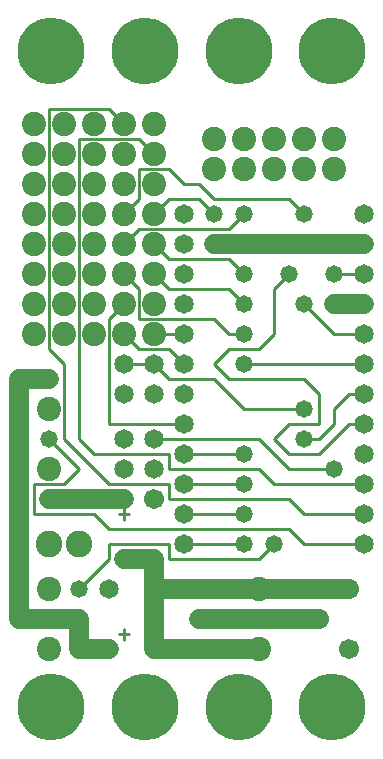
<source format=gtl>
%MOIN*%
%FSLAX25Y25*%
G04 D10 used for Character Trace; *
G04     Circle (OD=.01000) (No hole)*
G04 D11 used for Power Trace; *
G04     Circle (OD=.06700) (No hole)*
G04 D12 used for Signal Trace; *
G04     Circle (OD=.01100) (No hole)*
G04 D13 used for Via; *
G04     Circle (OD=.05800) (Round. Hole ID=.02800)*
G04 D14 used for Component hole; *
G04     Circle (OD=.06500) (Round. Hole ID=.03500)*
G04 D15 used for Component hole; *
G04     Circle (OD=.06700) (Round. Hole ID=.04300)*
G04 D16 used for Component hole; *
G04     Circle (OD=.08100) (Round. Hole ID=.05100)*
G04 D17 used for Component hole; *
G04     Circle (OD=.08900) (Round. Hole ID=.05900)*
G04 D18 used for Component hole; *
G04     Circle (OD=.11300) (Round. Hole ID=.08300)*
G04 D19 used for Component hole; *
G04     Circle (OD=.16000) (Round. Hole ID=.13000)*
G04 D20 used for Component hole; *
G04     Circle (OD=.18300) (Round. Hole ID=.15300)*
G04 D21 used for Component hole; *
G04     Circle (OD=.22291) (Round. Hole ID=.19291)*
%ADD10C,.01000*%
%ADD11C,.06700*%
%ADD12C,.01100*%
%ADD13C,.05800*%
%ADD14C,.06500*%
%ADD15C,.06700*%
%ADD16C,.08100*%
%ADD17C,.08900*%
%ADD18C,.11300*%
%ADD19C,.16000*%
%ADD20C,.18300*%
%ADD21C,.22291*%
%IPPOS*%
%LPD*%
G90*X0Y0D02*D21*X15625Y15625D03*D14*              
X35000Y35000D03*D11*X25000D01*Y45000D01*X5000D01* 
Y125000D01*X15000D01*D13*D03*D12*X20000Y105000D02*
Y130000D01*X35000Y90000D02*X20000Y105000D01*      
X35000Y90000D02*X55000D01*Y85000D01*X95000D01*    
X100000Y80000D01*X120000D01*D14*D03*Y90000D03*D12*
X90000D01*X85000Y95000D01*X55000D01*Y100000D01*   
X30000D01*X25000Y105000D01*Y205000D01*X45000D01*  
X50000Y200000D01*D16*D03*D12*X60000Y190000D02*    
X55000Y195000D01*X60000Y190000D02*X65000D01*      
X70000Y185000D01*X95000D01*X100000Y180000D01*D13* 
D03*X110000Y170000D03*D11*X70000D01*D13*D03*D12*  
X80000Y160000D02*X75000Y165000D01*D13*            
X80000Y160000D03*D12*X55000Y165000D02*X75000D01*  
X55000D02*X50000Y170000D01*D16*D03*D12*X40000D02* 
X45000Y175000D01*D16*X40000Y170000D03*D12*        
X45000Y175000D02*X75000D01*X80000Y180000D01*D13*  
D03*X70000D03*D12*X65000Y185000D01*X55000D01*     
X50000Y180000D01*D16*D03*D12*X40000D02*           
X45000Y185000D01*D16*X40000Y180000D03*D12*        
X45000Y185000D02*Y195000D01*X55000D01*D16*        
X50000Y190000D03*X40000Y210000D03*D12*            
X35000Y215000D01*X15000D01*Y135000D01*            
X20000Y130000D01*D16*X30000Y140000D03*X10000D03*  
X20000D03*D12*X35000Y110000D02*Y145000D01*        
Y110000D02*X60000D01*D14*D03*X50000Y120000D03*    
X60000D03*Y100000D03*D12*X80000D01*D13*D03*D12*   
X95000Y95000D02*X85000Y105000D01*X95000Y95000D02* 
X110000D01*D13*D03*D12*X95000Y100000D02*          
X105000D01*X95000D02*X90000Y105000D01*            
X95000Y110000D01*X105000D01*Y120000D01*           
X100000Y125000D01*X75000D01*X70000Y130000D01*     
X75000Y135000D01*X85000D01*X90000Y140000D01*      
Y155000D01*X95000Y160000D01*D13*D03*              
X100000Y150000D03*D12*X110000Y140000D01*          
X120000D01*D14*D03*D13*X110000Y150000D03*D11*     
X120000D01*D14*D03*D13*X110000Y160000D03*D12*     
X120000D01*D14*D03*D11*X110000Y170000D02*         
X120000D01*D14*D03*Y180000D03*D16*                
X110000Y195000D03*X100000D03*X90000D03*           
X110000Y205000D03*X100000D03*X90000D03*D13*       
X80000Y130000D03*D12*X120000D01*D14*D03*D12*      
X110000Y115000D02*X115000Y120000D01*              
X110000Y110000D02*Y115000D01*X105000Y105000D02*   
X110000Y110000D01*X100000Y105000D02*X105000D01*   
D13*X100000D03*D12*X105000Y100000D02*             
X115000Y110000D01*X120000D01*D14*D03*Y120000D03*  
D12*X115000D01*D13*X100000Y115000D03*D12*         
X80000D01*X70000Y125000D01*X55000D01*             
X50000Y130000D01*D14*D03*D12*X40000D01*D14*D03*   
D12*X45000Y135000D02*X55000D01*X60000Y130000D01*  
D14*D03*D16*X50000Y140000D03*D12*X60000D01*D14*   
D03*D16*X50000Y150000D03*D14*X60000D03*D12*       
X75000Y140000D02*X70000Y145000D01*                
X75000Y140000D02*X80000D01*D13*D03*D12*           
X45000Y145000D02*X70000D01*X45000D02*Y155000D01*  
X40000Y160000D01*D16*D03*X30000Y170000D03*        
Y150000D03*X50000Y160000D03*D12*X55000Y155000D01* 
X75000D01*X80000Y150000D01*D13*D03*D14*           
X60000Y170000D03*Y160000D03*Y180000D03*D12*       
X45000Y135000D02*X40000Y140000D01*D16*D03*D12*    
X35000Y145000D02*X40000Y150000D01*D16*D03*        
X30000Y160000D03*X20000Y170000D03*Y160000D03*     
Y150000D03*X10000Y180000D03*Y170000D03*Y160000D03*
Y150000D03*D14*X40000Y120000D03*D16*              
X30000Y180000D03*X20000D03*X15000Y115000D03*      
X40000Y190000D03*X30000D03*X20000D03*X10000D03*   
D12*X50000Y105000D02*X85000D01*D14*X50000D03*     
X40000Y95000D03*Y105000D03*X50000Y95000D03*       
X60000Y90000D03*D12*X80000D01*D13*D03*Y80000D03*  
D12*X60000D01*D14*D03*D15*X50000Y85000D03*D12*    
X55000Y65000D02*Y70000D01*Y65000D02*X85000D01*    
X90000Y70000D01*D13*D03*D12*X100000D02*           
X95000Y75000D01*X100000Y70000D02*X120000D01*D14*  
D03*D15*X115000Y55000D03*D11*X85000D01*D16*D03*   
D11*X50000D01*Y45000D01*D15*D03*D11*Y35000D01*    
X85000D01*D16*D03*D13*X65000Y45000D03*D11*        
X105000D01*D15*D03*X115000Y35000D03*D13*          
X80000Y70000D03*D12*X60000D01*D14*D03*D12*        
X35000D02*X55000D01*X35000Y65000D02*Y70000D01*    
X25000Y55000D02*X35000Y65000D01*D13*              
X25000Y55000D03*D14*X35000D03*D16*X15000D03*D10*  
X38326Y40000D02*X41674D01*X40000Y41914D02*        
Y38086D01*D17*X25000Y70000D03*D14*X40000Y65000D03*
D11*X50000D01*Y55000D01*D12*X35000Y75000D02*      
X95000D01*D14*X120000Y100000D03*X40000Y85000D03*  
D11*X15000D01*D13*D03*D12*X10000Y90000D02*        
X20000D01*X10000Y80000D02*Y90000D01*Y80000D02*    
X30000D01*X35000Y75000D01*D10*X38326Y80000D02*    
X41674D01*X40000Y81914D02*Y78086D01*D12*          
X20000Y90000D02*X25000Y95000D01*X15000Y105000D01* 
D13*D03*D16*Y95000D03*D17*Y70000D03*D16*Y35000D03*
X80000Y195000D03*X70000D03*D21*X46875Y15625D03*   
X78125D03*X109375D03*D16*X40000Y200000D03*        
X30000D03*X20000D03*X10000D03*X80000Y205000D03*   
X70000D03*X50000Y210000D03*X30000D03*X20000D03*   
X10000D03*D21*X109375Y234375D03*X78125D03*        
X46875D03*X15625D03*M02*                          

</source>
